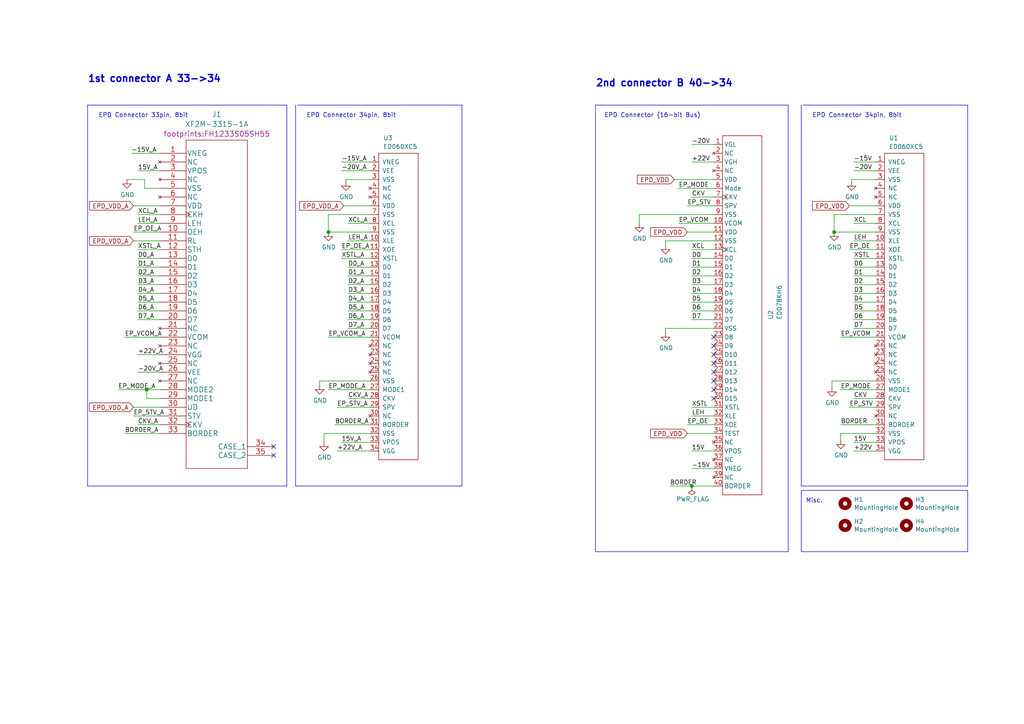
<source format=kicad_sch>
(kicad_sch (version 20230121) (generator eeschema)
  (paper "A4")
  (title_block (title "33 pin 097 to 34 pin 060 adapter") (date "2023-10-21") (rev "1.0") (company "FASANI CORP."))
  (lib_symbols
    (symbol "Mechanical:MountingHole" (pin_names (offset 1.016))
      (property "Reference" "H" (at 0 5.08 0))
      (property "Value" "MountingHole" (at 0 3.175 0))
      (symbol "MountingHole_0_1"
        (circle (center 0 0) (radius 1.27) (stroke (width 1.27)))
      )
    )
    (symbol "epd_breakout:ED060XC5" (pin_names (offset 1.016))
      (property "Reference" "U" (at 1.27 46.99 0))
      (property "Value" "ED060XC5" (at 3.81 49.53 0))
      (symbol "ED060XC5_0_1"
        (rectangle (start 13.97 -44.45) (end 2.54 44.45))
      )
      (symbol "ED060XC5_1_1"
        (pin power_in line (at 0 41.91 0) (length 2.54) (name "VNEG") (number "1"))
        (pin input line (at 0 19.05 0) (length 2.54) (name "XLE") (number "10"))
        (pin input line (at 0 16.51 0) (length 2.54) (name "XOE") (number "11"))
        (pin input line (at 0 13.97 0) (length 2.54) (name "XSTL") (number "12"))
        (pin input line (at 0 11.43 0) (length 2.54) (name "D0") (number "13"))
        (pin input line (at 0 8.89 0) (length 2.54) (name "D1") (number "14"))
        (pin input line (at 0 6.35 0) (length 2.54) (name "D2") (number "15"))
        (pin input line (at 0 3.81 0) (length 2.54) (name "D3") (number "16"))
        (pin input line (at 0 1.27 0) (length 2.54) (name "D4") (number "17"))
        (pin input line (at 0 -1.27 0) (length 2.54) (name "D5") (number "18"))
        (pin input line (at 0 -3.81 0) (length 2.54) (name "D6") (number "19"))
        (pin power_in line (at 0 39.37 0) (length 2.54) (name "VEE") (number "2"))
        (pin input line (at 0 -6.35 0) (length 2.54) (name "D7") (number "20"))
        (pin power_in line (at 0 -8.89 0) (length 2.54) (name "VCOM") (number "21"))
        (pin no_connect line (at 0 -11.43 0) (length 2.54) (name "NC") (number "22"))
        (pin no_connect line (at 0 -13.97 0) (length 2.54) (name "NC") (number "23"))
        (pin no_connect line (at 0 -16.51 0) (length 2.54) (name "NC") (number "24"))
        (pin no_connect line (at 0 -19.05 0) (length 2.54) (name "NC") (number "25"))
        (pin power_in line (at 0 -21.59 0) (length 2.54) (name "VSS") (number "26"))
        (pin input line (at 0 -24.13 0) (length 2.54) (name "MODE1") (number "27"))
        (pin input line (at 0 -26.67 0) (length 2.54) (name "CKV") (number "28"))
        (pin input line (at 0 -29.21 0) (length 2.54) (name "SPV") (number "29"))
        (pin power_in line (at 0 36.83 0) (length 2.54) (name "VSS") (number "3"))
        (pin no_connect line (at 0 -31.75 0) (length 2.54) (name "NC") (number "30"))
        (pin power_in line (at 0 -34.29 0) (length 2.54) (name "BORDER") (number "31"))
        (pin power_in line (at 0 -36.83 0) (length 2.54) (name "VSS") (number "32"))
        (pin power_in line (at 0 -39.37 0) (length 2.54) (name "VPOS") (number "33"))
        (pin power_in line (at 0 -41.91 0) (length 2.54) (name "VGG") (number "34"))
        (pin no_connect line (at 0 34.29 0) (length 2.54) (name "NC") (number "4"))
        (pin no_connect line (at 0 31.75 0) (length 2.54) (name "NC") (number "5"))
        (pin power_in line (at 0 29.21 0) (length 2.54) (name "VDD") (number "6"))
        (pin power_in line (at 0 26.67 0) (length 2.54) (name "VSS") (number "7"))
        (pin input line (at 0 24.13 0) (length 2.54) (name "XCL") (number "8"))
        (pin power_in line (at 0 21.59 0) (length 2.54) (name "VSS") (number "9"))
      )
    )
    (symbol "epd_breakout:XF2M-3315-1A" (pin_names (offset 0.254))
      (property "Reference" "J" (at 16.51 13.97 0))
      (property "Value" "XF2M-3315-1A" (at 16.51 11.43 0))
      (property "Footprint" "epaper-breakout:CONN_ED097OC4" (at 16.51 10.16 0))
      (symbol "XF2M-3315-1A_0_1"
        (rectangle (start 25.4 -86.36) (end 7.62 8.89))
      )
      (symbol "XF2M-3315-1A_1_0"
        (pin power_in line (at 0 5.08 0) (length 7.62) (name "VNEG") (number "1"))
        (pin input line (at 0 -17.78 0) (length 7.62) (name "OEH") (number "10"))
        (pin input line (at 0 -20.32 0) (length 7.62) (name "RL") (number "11"))
        (pin input line (at 0 -22.86 0) (length 7.62) (name "STH") (number "12"))
        (pin input line (at 0 -25.4 0) (length 7.62) (name "D0") (number "13"))
        (pin input line (at 0 -27.94 0) (length 7.62) (name "D1") (number "14"))
        (pin input line (at 0 -30.48 0) (length 7.62) (name "D2") (number "15"))
        (pin input line (at 0 -33.02 0) (length 7.62) (name "D3") (number "16"))
        (pin input line (at 0 -35.56 0) (length 7.62) (name "D4") (number "17"))
        (pin input line (at 0 -38.1 0) (length 7.62) (name "D5") (number "18"))
        (pin input line (at 0 -40.64 0) (length 7.62) (name "D6") (number "19"))
        (pin no_connect line (at 0 2.54 0) (length 7.62) (name "NC") (number "2"))
        (pin input line (at 0 -43.18 0) (length 7.62) (name "D7") (number "20"))
        (pin no_connect line (at 0 -45.72 0) (length 7.62) (name "NC") (number "21"))
        (pin power_in line (at 0 -48.26 0) (length 7.62) (name "VCOM") (number "22"))
        (pin no_connect line (at 0 -50.8 0) (length 7.62) (name "NC") (number "23"))
        (pin power_in line (at 0 -53.34 0) (length 7.62) (name "VGG") (number "24"))
        (pin no_connect line (at 0 -55.88 0) (length 7.62) (name "NC") (number "25"))
        (pin power_in line (at 0 -58.42 0) (length 7.62) (name "VEE") (number "26"))
        (pin no_connect line (at 0 -60.96 0) (length 7.62) (name "NC") (number "27"))
        (pin input line (at 0 -63.5 0) (length 7.62) (name "MODE2") (number "28"))
        (pin input line (at 0 -66.04 0) (length 7.62) (name "MODE1") (number "29"))
        (pin power_in line (at 0 0 0) (length 7.62) (name "VPOS") (number "3"))
        (pin input line (at 0 -68.58 0) (length 7.62) (name "UD") (number "30"))
        (pin input line (at 0 -71.12 0) (length 7.62) (name "STV") (number "31"))
        (pin input clock (at 0 -73.66 0) (length 7.62) (name "CKV") (number "32"))
        (pin input line (at 0 -76.2 0) (length 7.62) (name "BORDER") (number "33"))
        (pin unspecified line (at 33.02 -80.01 180) (length 7.62) (name "CASE_1") (number "34"))
        (pin unspecified line (at 33.02 -82.55 180) (length 7.62) (name "CASE_2") (number "35"))
        (pin no_connect line (at 0 -2.54 0) (length 7.62) (name "NC") (number "4"))
        (pin power_in line (at 0 -5.08 0) (length 7.62) (name "VSS") (number "5"))
        (pin no_connect line (at 0 -7.62 0) (length 7.62) (name "NC") (number "6"))
        (pin power_in line (at 0 -10.16 0) (length 7.62) (name "VDD") (number "7"))
        (pin input clock (at 0 -12.7 0) (length 7.62) (name "CKH") (number "8"))
        (pin input line (at 0 -15.24 0) (length 7.62) (name "LEH") (number "9"))
      )
    )
    (symbol "epdiy:ED078KH6"
      (property "Reference" "U" (at 5.08 -104.14 0))
      (property "Value" "ED078KH6" (at 7.62 3.81 0))
      (symbol "ED078KH6_0_0"
        (pin power_in line (at 0 0 0) (length 2.54) (name "VGL") (number "1"))
        (pin power_in line (at 0 -22.86 0) (length 2.54) (name "VCOM") (number "10"))
        (pin power_in line (at 0 -25.4 0) (length 2.54) (name "VDD") (number "11"))
        (pin power_in line (at 0 -27.94 0) (length 2.54) (name "VSS") (number "12"))
        (pin input clock (at 0 -30.48 0) (length 2.54) (name "XCL") (number "13"))
        (pin input line (at 0 -33.02 0) (length 2.54) (name "D0") (number "14"))
        (pin input line (at 0 -35.56 0) (length 2.54) (name "D1") (number "15"))
        (pin input line (at 0 -38.1 0) (length 2.54) (name "D2") (number "16"))
        (pin input line (at 0 -40.64 0) (length 2.54) (name "D3") (number "17"))
        (pin input line (at 0 -43.18 0) (length 2.54) (name "D4") (number "18"))
        (pin input line (at 0 -45.72 0) (length 2.54) (name "D5") (number "19"))
        (pin no_connect line (at 0 -2.54 0) (length 2.54) (name "NC") (number "2"))
        (pin input line (at 0 -48.26 0) (length 2.54) (name "D6") (number "20"))
        (pin input line (at 0 -50.8 0) (length 2.54) (name "D7") (number "21"))
        (pin power_in line (at 0 -53.34 0) (length 2.54) (name "VSS") (number "22"))
        (pin input line (at 0 -55.88 0) (length 2.54) (name "D8") (number "23"))
        (pin input line (at 0 -58.42 0) (length 2.54) (name "D9") (number "24"))
        (pin input line (at 0 -60.96 0) (length 2.54) (name "D10") (number "25"))
        (pin input line (at 0 -63.5 0) (length 2.54) (name "D11") (number "26"))
        (pin input line (at 0 -66.04 0) (length 2.54) (name "D12") (number "27"))
        (pin input line (at 0 -68.58 0) (length 2.54) (name "D13") (number "28"))
        (pin input line (at 0 -71.12 0) (length 2.54) (name "D14") (number "29"))
        (pin power_in line (at 0 -5.08 0) (length 2.54) (name "VGH") (number "3"))
        (pin input line (at 0 -73.66 0) (length 2.54) (name "D15") (number "30"))
        (pin input line (at 0 -76.2 0) (length 2.54) (name "XSTL") (number "31"))
        (pin input line (at 0 -78.74 0) (length 2.54) (name "XLE") (number "32"))
        (pin input line (at 0 -81.28 0) (length 2.54) (name "XOE") (number "33"))
        (pin input line (at 0 -83.82 0) (length 2.54) (name "TEST") (number "34"))
        (pin no_connect line (at 0 -86.36 0) (length 2.54) (name "NC") (number "35"))
        (pin power_in line (at 0 -88.9 0) (length 2.54) (name "VPOS") (number "36"))
        (pin no_connect line (at 0 -91.44 0) (length 2.54) (name "NC") (number "37"))
        (pin power_in line (at 0 -93.98 0) (length 2.54) (name "VNEG") (number "38"))
        (pin no_connect line (at 0 -96.52 0) (length 2.54) (name "NC") (number "39"))
        (pin no_connect line (at 0 -7.62 0) (length 2.54) (name "NC") (number "4"))
        (pin power_in line (at 0 -99.06 0) (length 2.54) (name "BORDER") (number "40"))
        (pin power_in line (at 0 -10.16 0) (length 2.54) (name "VDD") (number "5"))
        (pin input line (at 0 -12.7 0) (length 2.54) (name "Mode") (number "6"))
        (pin input clock (at 0 -15.24 0) (length 2.54) (name "CKV") (number "7"))
        (pin input line (at 0 -17.78 0) (length 2.54) (name "SPV") (number "8"))
        (pin power_in line (at 0 -20.32 0) (length 2.54) (name "VSS") (number "9"))
      )
      (symbol "ED078KH6_0_1"
        (rectangle (start 2.54 2.54) (end 13.97 -101.6) (stroke (width 0.1524)))
      )
    )
    (symbol "power:GND" (power) (pin_names (offset 0))
      (property "Value" "GND" (at 0 -3.81 0))
      (symbol "GND_0_1"
        (polyline (pts (xy 0 0) (xy 0 -1.27) (xy 1.27 -1.27) (xy 0 -2.54) (xy -1.27 -1.27) (xy 0 -1.27)))
      )
      (symbol "GND_1_1"
        (pin power_in line (at 0 0 270) (length 0) hide (name "GND") (number "1"))
      )
    )
    (symbol "power:PWR_FLAG" (power) (pin_numbers hide) (pin_names (offset 0) hide)
      (property "Value" "PWR_FLAG" (at 0 3.81 0))
      (symbol "PWR_FLAG_0_0"
        (pin power_out line (at 0 0 90) (length 0) (name "pwr") (number "1"))
      )
      (symbol "PWR_FLAG_0_1"
        (polyline (pts (xy 0 0) (xy 0 1.27) (xy -1.016 1.905) (xy 0 2.54) (xy 1.016 1.905) (xy 0 1.27)))
      )
    )
  )
  (junction (at 241.935 67.31))
  (junction (at 95.25 67.31))
  (junction (at 200.66 140.97))
  (junction (at 42.545 113.03))
  (no_connect (at 207.01 107.95))
  (no_connect (at 79.375 132.08))
  (no_connect (at 207.01 115.57))
  (no_connect (at 207.01 97.79))
  (no_connect (at 207.01 105.41))
  (no_connect (at 207.01 110.49))
  (no_connect (at 207.01 113.03))
  (no_connect (at 207.01 102.87))
  (no_connect (at 79.375 129.54))
  (no_connect (at 207.01 100.33))
  (wire (pts (xy 193.04 69.85) (xy 207.01 69.85)))
  (wire (pts (xy 99.06 128.27) (xy 107.315 128.27)))
  (wire (pts (xy 38.735 59.69) (xy 46.355 59.69)))
  (wire (pts (xy 247.65 77.47) (xy 254 77.47)))
  (wire (pts (xy 40.005 102.87) (xy 46.355 102.87)))
  (wire (pts (xy 95.25 113.03) (xy 107.315 113.03)))
  (wire (pts (xy 185.42 62.23) (xy 185.42 64.77)))
  (wire (pts (xy 40.005 74.93) (xy 46.355 74.93)))
  (wire (pts (xy 100.33 52.07) (xy 100.33 52.705)))
  (wire (pts (xy 207.01 135.89) (xy 200.66 135.89)))
  (wire (pts (xy 107.315 110.49) (xy 92.71 110.49)))
  (wire (pts (xy 95.25 67.31) (xy 107.315 67.31)))
  (wire (pts (xy 247.65 85.09) (xy 254 85.09)))
  (wire (pts (xy 38.735 118.11) (xy 46.355 118.11)))
  (wire (pts (xy 41.91 54.61) (xy 46.355 54.61)))
  (wire (pts (xy 200.66 57.15) (xy 207.01 57.15)))
  (wire (pts (xy 254 52.07) (xy 247.015 52.07)))
  (wire (pts (xy 200.66 90.17) (xy 207.01 90.17)))
  (wire (pts (xy 99.695 59.69) (xy 107.315 59.69)))
  (wire (pts (xy 100.965 80.01) (xy 107.315 80.01)))
  (wire (pts (xy 254 110.49) (xy 241.3 110.49)))
  (polyline (pts (xy 280.67 30.48) (xy 280.67 140.97)))
  (wire (pts (xy 107.315 52.07) (xy 100.33 52.07)))
  (wire (pts (xy 40.005 85.09) (xy 46.355 85.09)))
  (wire (pts (xy 36.83 52.07) (xy 41.91 52.07)))
  (wire (pts (xy 247.65 80.01) (xy 254 80.01)))
  (wire (pts (xy 247.65 92.71) (xy 254 92.71)))
  (polyline (pts (xy 172.72 160.02) (xy 172.72 30.48)))
  (wire (pts (xy 247.65 115.57) (xy 254 115.57)))
  (wire (pts (xy 95.25 67.31) (xy 95.25 62.23)))
  (wire (pts (xy 199.39 125.73) (xy 207.01 125.73)))
  (wire (pts (xy 200.66 130.81) (xy 207.01 130.81)))
  (polyline (pts (xy 232.41 30.48) (xy 232.41 140.97)))
  (polyline (pts (xy 280.67 160.02) (xy 232.41 160.02)))
  (wire (pts (xy 200.66 72.39) (xy 207.01 72.39)))
  (polyline (pts (xy 228.6 30.48) (xy 228.6 160.02)))
  (wire (pts (xy 100.965 85.09) (xy 107.315 85.09)))
  (polyline (pts (xy 280.67 140.97) (xy 232.41 140.97)))
  (wire (pts (xy 200.66 74.93) (xy 207.01 74.93)))
  (polyline (pts (xy 25.4 30.48) (xy 25.4 140.97)))
  (wire (pts (xy 195.58 52.07) (xy 207.01 52.07)))
  (wire (pts (xy 246.38 59.69) (xy 254 59.69)))
  (wire (pts (xy 243.84 125.73) (xy 243.84 127.635)))
  (wire (pts (xy 247.65 87.63) (xy 254 87.63)))
  (wire (pts (xy 40.005 82.55) (xy 46.355 82.55)))
  (wire (pts (xy 36.195 125.73) (xy 46.355 125.73)))
  (polyline (pts (xy 233.045 30.48) (xy 280.67 30.48)))
  (wire (pts (xy 40.005 64.77) (xy 46.355 64.77)))
  (wire (pts (xy 243.84 97.79) (xy 254 97.79)))
  (wire (pts (xy 243.84 123.19) (xy 254 123.19)))
  (wire (pts (xy 200.66 92.71) (xy 207.01 92.71)))
  (polyline (pts (xy 172.72 30.48) (xy 228.6 30.48)))
  (wire (pts (xy 194.31 140.97) (xy 200.66 140.97)))
  (wire (pts (xy 247.65 95.25) (xy 254 95.25)))
  (polyline (pts (xy 83.185 140.97) (xy 25.4 140.97)))
  (wire (pts (xy 99.06 72.39) (xy 107.315 72.39)))
  (wire (pts (xy 38.735 69.85) (xy 46.355 69.85)))
  (wire (pts (xy 200.66 120.65) (xy 207.01 120.65)))
  (wire (pts (xy 247.65 128.27) (xy 254 128.27)))
  (wire (pts (xy 247.65 64.77) (xy 254 64.77)))
  (wire (pts (xy 42.545 113.03) (xy 46.355 113.03)))
  (wire (pts (xy 107.315 125.73) (xy 93.98 125.73)))
  (wire (pts (xy 40.005 49.53) (xy 46.355 49.53)))
  (wire (pts (xy 93.98 125.73) (xy 93.98 128.27)))
  (wire (pts (xy 40.005 72.39) (xy 46.355 72.39)))
  (wire (pts (xy 200.66 85.09) (xy 207.01 85.09)))
  (wire (pts (xy 99.06 74.93) (xy 107.315 74.93)))
  (wire (pts (xy 185.42 62.23) (xy 207.01 62.23)))
  (wire (pts (xy 40.005 87.63) (xy 46.355 87.63)))
  (wire (pts (xy 193.04 95.25) (xy 207.01 95.25)))
  (wire (pts (xy 246.38 72.39) (xy 254 72.39)))
  (wire (pts (xy 247.015 52.07) (xy 247.015 52.705)))
  (wire (pts (xy 40.005 90.17) (xy 46.355 90.17)))
  (wire (pts (xy 241.3 110.49) (xy 241.3 112.395)))
  (wire (pts (xy 97.155 123.19) (xy 107.315 123.19)))
  (wire (pts (xy 247.65 69.85) (xy 254 69.85)))
  (wire (pts (xy 196.85 64.77) (xy 207.01 64.77)))
  (wire (pts (xy 107.315 46.99) (xy 99.06 46.99)))
  (wire (pts (xy 46.355 115.57) (xy 42.545 115.57)))
  (polyline (pts (xy 83.185 30.48) (xy 83.185 140.97)))
  (wire (pts (xy 42.545 115.57) (xy 42.545 113.03)))
  (polyline (pts (xy 232.41 142.24) (xy 232.41 160.02)))
  (wire (pts (xy 99.06 49.53) (xy 107.315 49.53)))
  (wire (pts (xy 92.71 110.49) (xy 92.71 111.76)))
  (wire (pts (xy 193.04 71.12) (xy 193.04 69.85)))
  (wire (pts (xy 100.965 87.63) (xy 107.315 87.63)))
  (wire (pts (xy 36.195 97.79) (xy 46.355 97.79)))
  (wire (pts (xy 100.965 95.25) (xy 107.315 95.25)))
  (wire (pts (xy 200.66 118.11) (xy 207.01 118.11)))
  (wire (pts (xy 40.005 92.71) (xy 46.355 92.71)))
  (wire (pts (xy 100.965 77.47) (xy 107.315 77.47)))
  (wire (pts (xy 95.25 97.79) (xy 107.315 97.79)))
  (wire (pts (xy 46.355 44.45) (xy 38.1 44.45)))
  (wire (pts (xy 40.005 107.95) (xy 46.355 107.95)))
  (wire (pts (xy 38.735 67.31) (xy 46.355 67.31)))
  (wire (pts (xy 38.735 120.65) (xy 46.355 120.65)))
  (wire (pts (xy 200.66 80.01) (xy 207.01 80.01)))
  (wire (pts (xy 246.38 118.11) (xy 254 118.11)))
  (wire (pts (xy 41.91 52.07) (xy 41.91 54.61)))
  (wire (pts (xy 247.65 74.93) (xy 254 74.93)))
  (polyline (pts (xy 133.985 30.48) (xy 133.985 140.97)))
  (wire (pts (xy 40.005 77.47) (xy 46.355 77.47)))
  (wire (pts (xy 100.965 69.85) (xy 107.315 69.85)))
  (wire (pts (xy 247.65 90.17) (xy 254 90.17)))
  (wire (pts (xy 247.65 49.53) (xy 254 49.53)))
  (wire (pts (xy 200.66 140.97) (xy 207.01 140.97)))
  (wire (pts (xy 254 125.73) (xy 243.84 125.73)))
  (wire (pts (xy 254 46.99) (xy 247.65 46.99)))
  (polyline (pts (xy 232.41 142.24) (xy 280.67 142.24)))
  (wire (pts (xy 100.965 82.55) (xy 107.315 82.55)))
  (wire (pts (xy 100.965 92.71) (xy 107.315 92.71)))
  (wire (pts (xy 241.935 67.31) (xy 241.935 62.23)))
  (polyline (pts (xy 25.4 30.48) (xy 83.185 30.48)))
  (wire (pts (xy 97.79 118.11) (xy 107.315 118.11)))
  (wire (pts (xy 199.39 123.19) (xy 207.01 123.19)))
  (wire (pts (xy 199.39 67.31) (xy 207.01 67.31)))
  (wire (pts (xy 100.965 90.17) (xy 107.315 90.17)))
  (wire (pts (xy 243.84 113.03) (xy 254 113.03)))
  (wire (pts (xy 200.66 46.99) (xy 207.01 46.99)))
  (wire (pts (xy 196.85 54.61) (xy 207.01 54.61)))
  (wire (pts (xy 40.005 62.23) (xy 46.355 62.23)))
  (polyline (pts (xy 85.725 30.48) (xy 85.725 140.97)))
  (wire (pts (xy 200.66 87.63) (xy 207.01 87.63)))
  (polyline (pts (xy 86.36 30.48) (xy 133.985 30.48)))
  (wire (pts (xy 200.66 77.47) (xy 207.01 77.47)))
  (wire (pts (xy 100.965 64.77) (xy 107.315 64.77)))
  (wire (pts (xy 193.04 96.52) (xy 193.04 95.25)))
  (wire (pts (xy 200.66 82.55) (xy 207.01 82.55)))
  (wire (pts (xy 241.935 67.31) (xy 254 67.31)))
  (wire (pts (xy 200.66 41.91) (xy 207.01 41.91)))
  (wire (pts (xy 100.965 115.57) (xy 107.315 115.57)))
  (wire (pts (xy 247.65 82.55) (xy 254 82.55)))
  (wire (pts (xy 247.65 130.81) (xy 254 130.81)))
  (wire (pts (xy 95.25 62.23) (xy 107.315 62.23)))
  (wire (pts (xy 199.39 59.69) (xy 207.01 59.69)))
  (polyline (pts (xy 228.6 160.02) (xy 172.72 160.02)))
  (polyline (pts (xy 133.985 140.97) (xy 85.725 140.97)))
  (polyline (pts (xy 280.67 142.24) (xy 280.67 160.02)))
  (wire (pts (xy 40.005 123.19) (xy 46.355 123.19)))
  (wire (pts (xy 97.79 130.81) (xy 107.315 130.81)))
  (wire (pts (xy 40.005 80.01) (xy 46.355 80.01)))
  (wire (pts (xy 241.935 62.23) (xy 254 62.23)))
  (wire (pts (xy 34.29 113.03) (xy 42.545 113.03)))
  (text "1st connector A 33->34" (at 25.4 24.13 0) (effects (font (size 2 2) (thickness 0.4) bold) (justify left bottom)))
  (text "Misc." (at 233.68 146.05 0) (effects (font (size 1.27 1.27)) (justify left bottom)))
  (text "EPD Connector 33pin, 8bit" (at 28.575 34.29 0) (effects (font (size 1.27 1.27)) (justify left bottom)))
  (text "EPD Connector 34pin, 8bit" (at 235.585 34.29 0) (effects (font (size 1.27 1.27)) (justify left bottom)))
  (text "2nd connector B 40->34" (at 172.72 25.4 0) (effects (font (size 2 2) (thickness 0.4) bold) (justify left bottom)))
  (text "EPD Connector (16-bit Bus)" (at 175.26 34.29 0) (effects (font (size 1.27 1.27)) (justify left bottom)))
  (text "EPD Connector 34pin, 8bit" (at 88.9 34.29 0) (effects (font (size 1.27 1.27)) (justify left bottom)))
  (label "D2_A" (at 40.005 80.01 0))
  (label "D3_A" (at 40.005 82.55 0))
  (label "LEH_A" (at 40.005 64.77 0))
  (label "D2" (at 200.66 80.01 0))
  (label "LEH_A" (at 100.965 69.85 0))
  (label "D0_A" (at 40.005 74.93 0))
  (label "D6" (at 247.65 92.71 0))
  (label "EP_MODE" (at 243.84 113.03 0))
  (label "+22V" (at 200.66 46.99 0))
  (label "EP_MODE" (at 196.85 54.61 0))
  (label "CKV_A" (at 100.965 115.57 0))
  (label "+22V_A" (at 97.79 130.81 0))
  (label "D4" (at 247.65 87.63 0))
  (label "BORDER" (at 194.31 140.97 0))
  (label "EP_VCOM_A" (at 95.25 97.79 0))
  (label "XSTL" (at 200.66 118.11 0))
  (label "D4_A" (at 100.965 87.63 0))
  (label "EP_OE_A" (at 99.06 72.39 0))
  (label "D7_A" (at 40.005 92.71 0))
  (label "-15V" (at 247.65 46.99 0))
  (label "D6_A" (at 100.965 92.71 0))
  (label "XSTL_A" (at 40.005 72.39 0))
  (label "D0" (at 200.66 74.93 0))
  (label "-15V_A" (at 99.06 46.99 0))
  (label "D5_A" (at 40.005 87.63 0))
  (label "15V" (at 247.65 128.27 0))
  (label "D5" (at 200.66 87.63 0))
  (label "15V_A" (at 40.005 49.53 0))
  (label "D7" (at 200.66 92.71 0))
  (label "CKV_A" (at 40.005 123.19 0))
  (label "XCL" (at 200.66 72.39 0))
  (label "LEH" (at 247.65 69.85 0))
  (label "EP_STV" (at 246.38 118.11 0))
  (label "-20V_A" (at 40.005 107.95 0))
  (label "-20V" (at 247.65 49.53 0))
  (label "EP_OE" (at 199.39 123.19 0))
  (label "D1_A" (at 40.005 77.47 0))
  (label "15V_A" (at 99.06 128.27 0))
  (label "XSTL" (at 247.65 74.93 0))
  (label "BORDER_A" (at 36.195 125.73 0))
  (label "-15V_A" (at 38.1 44.45 0))
  (label "XCL_A" (at 40.005 62.23 0))
  (label "XCL_A" (at 100.965 64.77 0))
  (label "D2_A" (at 100.965 82.55 0))
  (label "D6_A" (at 40.005 90.17 0))
  (label "+22V" (at 247.65 130.81 0))
  (label "XCL" (at 247.65 64.77 0))
  (label "LEH" (at 200.66 120.65 0))
  (label "EP_OE" (at 246.38 72.39 0))
  (label "D7" (at 247.65 95.25 0))
  (label "D0_A" (at 100.965 77.47 0))
  (label "D3" (at 200.66 82.55 0))
  (label "D1_A" (at 100.965 80.01 0))
  (label "BORDER_A" (at 97.155 123.19 0))
  (label "EP_STV" (at 199.39 59.69 0))
  (label "D6" (at 200.66 90.17 0))
  (label "D5_A" (at 100.965 90.17 0))
  (label "D0" (at 247.65 77.47 0))
  (label "-20V_A" (at 99.06 49.53 0))
  (label "CKV" (at 247.65 115.57 0))
  (label "CKV" (at 200.66 57.15 0))
  (label "D4" (at 200.66 85.09 0))
  (label "D2" (at 247.65 82.55 0))
  (label "EP_MODE_A" (at 95.25 113.03 0))
  (label "-15V" (at 200.66 135.89 0))
  (label "EP_VCOM_A" (at 36.195 97.79 0))
  (label "EP_STV_A" (at 97.79 118.11 0))
  (label "XSTL_A" (at 99.06 74.93 0))
  (label "D4_A" (at 40.005 85.09 0))
  (label "15V" (at 200.66 130.81 0))
  (label "+22V_A" (at 40.005 102.87 0))
  (label "D7_A" (at 100.965 95.25 0))
  (label "EP_STV_A" (at 38.735 120.65 0))
  (label "D3_A" (at 100.965 85.09 0))
  (label "D1" (at 200.66 77.47 0))
  (label "BORDER" (at 243.84 123.19 0))
  (label "EP_OE_A" (at 38.735 67.31 0))
  (label "EP_MODE_A" (at 34.29 113.03 0))
  (label "EP_VCOM" (at 196.85 64.77 0))
  (label "D5" (at 247.65 90.17 0))
  (label "EP_VCOM" (at 243.84 97.79 0))
  (label "-20V" (at 200.66 41.91 0))
  (label "D3" (at 247.65 85.09 0))
  (label "D1" (at 247.65 80.01 0))
  (global_label "EPD_VDD_A" (shape input) (at 38.735 69.85 180) (property "Intersheetrefs" "${INTERSHEET_REFS}" (effects hide)) (property "Referenzen zwischen Schaltplänen" "${INTERSHEET_REFS}" (effects hide)))
  (global_label "EPD_VDD_A" (shape input) (at 38.735 118.11 180) (property "Intersheetrefs" "${INTERSHEET_REFS}" (effects hide)) (property "Referenzen zwischen Schaltplänen" "${INTERSHEET_REFS}" (effects hide)))
  (global_label "EPD_VDD" (shape input) (at 199.39 67.31 180) (property "Intersheetrefs" "${INTERSHEET_REFS}" (effects hide)) (property "Referenzen zwischen Schaltplänen" "${INTERSHEET_REFS}" (effects hide)))
  (global_label "EPD_VDD" (shape input) (at 195.58 52.07 180) (property "Intersheetrefs" "${INTERSHEET_REFS}" (effects hide)) (property "Referenzen zwischen Schaltplänen" "${INTERSHEET_REFS}" (effects hide)))
  (global_label "EPD_VDD_A" (shape input) (at 99.695 59.69 180) (property "Intersheetrefs" "${INTERSHEET_REFS}" (effects hide)) (property "Referenzen zwischen Schaltplänen" "${INTERSHEET_REFS}" (effects hide)))
  (global_label "EPD_VDD" (shape input) (at 246.38 59.69 180) (property "Intersheetrefs" "${INTERSHEET_REFS}" (effects hide)) (property "Referenzen zwischen Schaltplänen" "${INTERSHEET_REFS}" (effects hide)))
  (global_label "EPD_VDD_A" (shape input) (at 38.735 59.69 180) (property "Intersheetrefs" "${INTERSHEET_REFS}" (effects hide)) (property "Referenzen zwischen Schaltplänen" "${INTERSHEET_REFS}" (effects hide)))
  (global_label "EPD_VDD" (shape input) (at 199.39 125.73 180) (property "Intersheetrefs" "${INTERSHEET_REFS}" (effects hide)) (property "Referenzen zwischen Schaltplänen" "${INTERSHEET_REFS}" (effects hide)))
  (symbol (lib_id "power:GND") (at 193.04 71.12 0) (unit 1)
    (property "Reference" "#PWR06" (effects hide))
    (property "Value" "GND" (at 193.167 75.5142 0))
  )
  (symbol (lib_id "epd_breakout:XF2M-3315-1A") (at 46.355 49.53 0) (unit 1)
    (property "Reference" "J1" (at 62.865 33.177 0) (effects (font (size 1.524 1.524))))
    (property "Value" "XF2M-3315-1A" (at 62.865 36.0098 0) (effects (font (size 1.524 1.524))))
    (property "Footprint" "footprints:FH1233S05SH55" (at 62.865 38.8426 0) (effects (font (size 1.524 1.524))))
    (property "LCSC" "C231420" (effects hide))
  )
  (symbol (lib_id "power:GND") (at 100.33 52.705 0) (unit 1)
    (property "Reference" "#PWR012" (effects hide))
    (property "Value" "GND" (at 100.457 57.0992 0))
  )
  (symbol (lib_id "power:GND") (at 241.3 112.395 0) (unit 1)
    (property "Reference" "#PWR02" (effects hide))
    (property "Value" "GND" (at 241.427 116.7892 0))
  )
  (symbol (lib_id "power:GND") (at 95.25 67.31 0) (unit 1)
    (property "Reference" "#PWR010" (effects hide))
    (property "Value" "GND" (at 95.377 71.7042 0))
  )
  (symbol (lib_id "power:PWR_FLAG") (at 200.66 140.97 180) (unit 1)
    (property "Reference" "#U01" (effects hide))
    (property "Value" "PWR_FLAG" (at 205.74 144.78 0) (effects (justify left)))
  )
  (symbol (lib_id "power:GND") (at 243.84 127.635 0) (unit 1)
    (property "Reference" "#PWR04" (effects hide))
    (property "Value" "GND" (at 243.967 132.0292 0))
  )
  (symbol (lib_id "Mechanical:MountingHole") (at 245.11 152.4 0) (unit 1) (in_bom no)
    (property "Reference" "H2" (at 247.65 151.2316 0) (effects (justify left)))
    (property "Value" "MountingHole" (at 247.65 153.543 0) (effects (justify left)))
    (property "Footprint" "MountingHole:MountingHole_2.2mm_M2" (effects hide))
  )
  (symbol (lib_id "epd_breakout:ED060XC5") (at 107.315 88.9 0) (unit 1)
    (property "Reference" "U3" (at 111.125 40.005 0) (effects (justify left)))
    (property "Value" "ED060XC5" (at 111.125 42.5419 0) (effects (justify left)))
    (property "Footprint" "epaper-breakout:X05A20H34G" (effects hide))
    (property "Datasheet" "http://www.universaldisplay.asia/wp-content/uploads/2012/10/ED060XC5.pdf, https://datasheet.lcsc.com/szlcsc/2005221833_XKB-Connectivity-X05A20H34G_C528053.pdf" (effects hide))
    (property "LCSC" "C528053" (effects hide))
  )
  (symbol (lib_id "power:GND") (at 193.04 96.52 0) (unit 1)
    (property "Reference" "#PWR07" (effects hide))
    (property "Value" "GND" (at 193.167 100.9142 0))
  )
  (symbol (lib_id "power:GND") (at 185.42 64.77 0) (unit 1)
    (property "Reference" "#PWR01" (effects hide))
    (property "Value" "GND" (at 185.547 69.1642 0))
  )
  (symbol (lib_id "epd_breakout:ED060XC5") (at 254 88.9 0) (unit 1)
    (property "Reference" "U1" (at 257.81 40.005 0) (effects (justify left)))
    (property "Value" "ED060XC5" (at 257.81 42.5419 0) (effects (justify left)))
    (property "Footprint" "epaper-breakout:X05A20H34G" (effects hide))
    (property "Datasheet" "http://www.universaldisplay.asia/wp-content/uploads/2012/10/ED060XC5.pdf, https://datasheet.lcsc.com/szlcsc/2005221833_XKB-Connectivity-X05A20H34G_C528053.pdf" (effects hide))
    (property "LCSC" "C528053" (effects hide))
  )
  (symbol (lib_id "epdiy:ED078KH6") (at 207.01 41.91 0) (unit 1)
    (property "Reference" "U2" (at 223.5231 92.71 90) (effects (justify left)))
    (property "Value" "ED078KH6" (at 226.06 92.71 90) (effects (justify left)))
    (property "Footprint" "footprints:FH1240S05SH55" (effects hide))
    (property "LCSC" "C202114" (effects hide))
  )
  (symbol (lib_id "power:GND") (at 93.98 128.27 0) (unit 1)
    (property "Reference" "#PWR011" (effects hide))
    (property "Value" "GND" (at 94.107 132.6642 0))
  )
  (symbol (lib_id "power:GND") (at 241.935 67.31 0) (unit 1)
    (property "Reference" "#PWR03" (effects hide))
    (property "Value" "GND" (at 242.062 71.7042 0))
  )
  (symbol (lib_id "power:GND") (at 36.83 52.07 0) (unit 1)
    (property "Reference" "#PWR08" (effects hide))
    (property "Value" "GND" (at 36.957 56.4642 0))
  )
  (symbol (lib_id "power:GND") (at 247.015 52.705 0) (unit 1)
    (property "Reference" "#PWR05" (effects hide))
    (property "Value" "GND" (at 247.142 57.0992 0))
  )
  (symbol (lib_id "power:GND") (at 92.71 111.76 0) (unit 1)
    (property "Reference" "#PWR09" (effects hide))
    (property "Value" "GND" (at 92.837 116.1542 0))
  )
  (symbol (lib_id "Mechanical:MountingHole") (at 262.89 152.4 0) (unit 1) (in_bom no)
    (property "Reference" "H4" (at 265.43 151.2316 0) (effects (justify left)))
    (property "Value" "MountingHole" (at 265.43 153.543 0) (effects (justify left)))
    (property "Footprint" "MountingHole:MountingHole_2.2mm_M2" (effects hide))
  )
  (symbol (lib_id "Mechanical:MountingHole") (at 262.89 146.05 0) (unit 1) (in_bom no)
    (property "Reference" "H3" (at 265.43 144.8816 0) (effects (justify left)))
    (property "Value" "MountingHole" (at 265.43 147.193 0) (effects (justify left)))
    (property "Footprint" "MountingHole:MountingHole_2.2mm_M2" (effects hide))
  )
  (symbol (lib_id "Mechanical:MountingHole") (at 245.11 146.05 0) (unit 1) (in_bom no)
    (property "Reference" "H1" (at 247.65 144.8816 0) (effects (justify left)))
    (property "Value" "MountingHole" (at 247.65 147.193 0) (effects (justify left)))
    (property "Footprint" "MountingHole:MountingHole_2.2mm_M2" (effects hide))
  )
)
</source>
